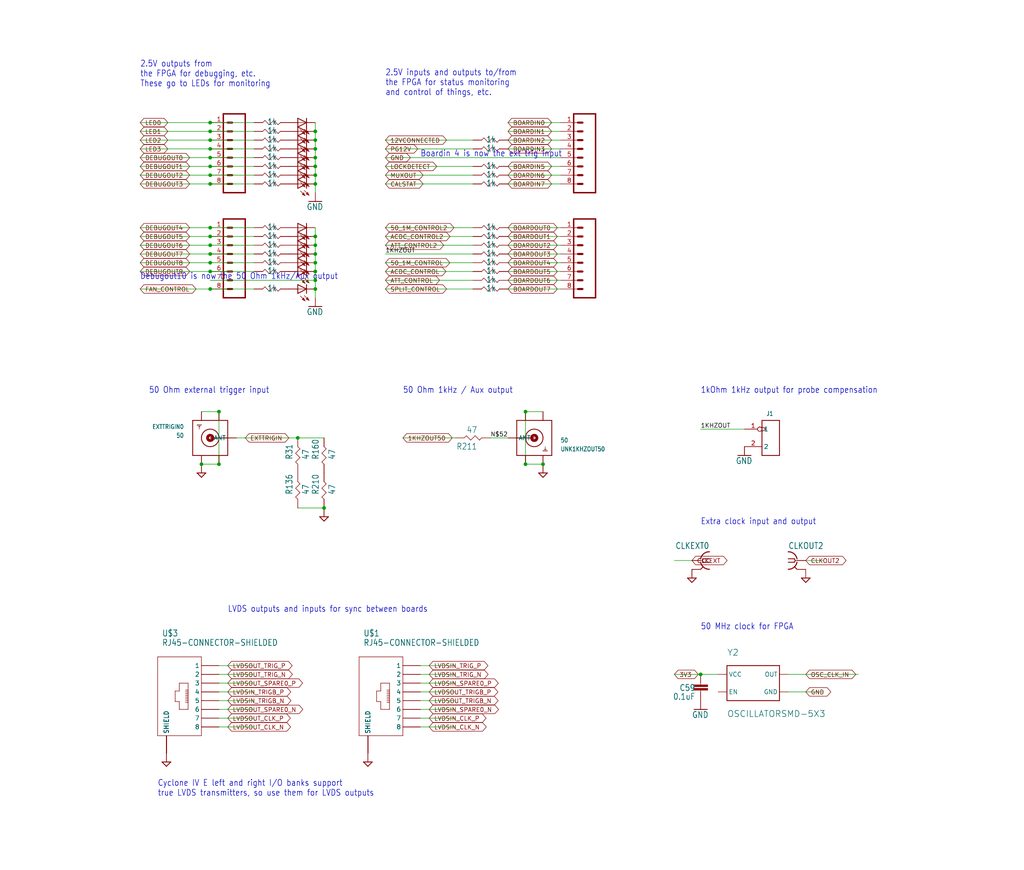
<source format=kicad_sch>
(kicad_sch (version 20231120) (generator "eeschema") (generator_version "8.0")
  (paper "User" 297.002 252.298)
  (lib_symbols
    (symbol "haasoscope_pro_adc_fpga_board-eagle-import:BU-SMB-V"
      (property "Reference" "X" (at -2.54 3.302 0))
      (symbol "BU-SMB-V_1_0"
        (pin passive line (at 2.54 0 180) (length 2.54) (name "1") (number "1"))
        (pin passive line (at 2.54 -2.54 180) (length 2.54) (name "2") (number "2"))
        (pin passive line (at 2.54 -2.54 180) (length 2.54) (name "2") (number "3"))
        (pin passive line (at 2.54 -2.54 180) (length 2.54) (name "2") (number "4"))
        (pin passive line (at 2.54 -2.54 180) (length 2.54) (name "2") (number "5"))
      )
    )
    (symbol "haasoscope_pro_adc_fpga_board-eagle-import:CAPACITOR_0402_N"
      (symbol "CAPACITOR_0402_N_1_0"
        (pin passive line (at 0 2.54 270) (length 2.54) (name "1") (number "1"))
        (pin passive line (at 0 -5.08 90) (length 2.54) (name "2") (number "2"))
      )
    )
    (symbol "haasoscope_pro_adc_fpga_board-eagle-import:CONN_08{dblquote}"
      (property "Reference" "J" (at -5.08 13.208 0))
      (symbol "CONN_08{dblquote}_1_0"
        (pin passive line (at 5.08 -7.62 180) (length 5.08) (name "1") (number "1"))
        (pin passive line (at 5.08 -5.08 180) (length 5.08) (name "2") (number "2"))
        (pin passive line (at 5.08 -2.54 180) (length 5.08) (name "3") (number "3"))
        (pin passive line (at 5.08 0 180) (length 5.08) (name "4") (number "4"))
        (pin passive line (at 5.08 2.54 180) (length 5.08) (name "5") (number "5"))
        (pin passive line (at 5.08 5.08 180) (length 5.08) (name "6") (number "6"))
        (pin passive line (at 5.08 7.62 180) (length 5.08) (name "7") (number "7"))
        (pin passive line (at 5.08 10.16 180) (length 5.08) (name "8") (number "8"))
      )
    )
    (symbol "haasoscope_pro_adc_fpga_board-eagle-import:DIP-BLACK-MALE-HEADER-VERT(2P-2.54)"
      (symbol "DIP-BLACK-MALE-HEADER-VERT(2P-2.54)_1_0"
        (pin bidirectional inverted_clock (at -7.62 2.54 0) (length 5.08) (name "1") (number "1"))
        (pin bidirectional line (at -7.62 -2.54 0) (length 5.08) (name "2") (number "2"))
      )
    )
    (symbol "haasoscope_pro_adc_fpga_board-eagle-import:LEDCHIP-LED0603"
      (property "Reference" "LED" (at 3.556 -4.572 90))
      (symbol "LEDCHIP-LED0603_1_0"
        (pin passive line (at 0 2.54 270) (length 2.54) (name "A") (number "A"))
        (pin passive line (at 0 -5.08 90) (length 2.54) (name "C") (number "C"))
      )
    )
    (symbol "haasoscope_pro_adc_fpga_board-eagle-import:OSCILLATORSMD-5X3"
      (symbol "OSCILLATORSMD-5X3_1_0"
        (pin bidirectional line (at -10.16 -2.54 0) (length 2.54) (name "EN") (number "1"))
        (pin bidirectional line (at 10.16 -2.54 180) (length 2.54) (name "GND") (number "2"))
        (pin bidirectional line (at 10.16 2.54 180) (length 2.54) (name "OUT") (number "3"))
        (pin bidirectional line (at -10.16 2.54 0) (length 2.54) (name "VCC") (number "4"))
      )
    )
    (symbol "haasoscope_pro_adc_fpga_board-eagle-import:RES-0402"
      (property "Reference" "R" (at -3.175 1.27 0))
      (symbol "RES-0402_1_0"
        (pin bidirectional line (at -5.08 0 0) (length 2.54) (name "P$1") (number "P$1"))
        (pin bidirectional line (at 5.08 0 180) (length 2.54) (name "P$2") (number "P$2"))
      )
    )
    (symbol "haasoscope_pro_adc_fpga_board-eagle-import:RJ45-CONNECTOR-SHIELDED"
      (symbol "RJ45-CONNECTOR-SHIELDED_1_0"
        (pin passive line (at 12.7 7.62 180) (length 5.08) (name "1") (number "P$1"))
        (pin passive line (at 12.7 5.08 180) (length 5.08) (name "2") (number "P$2"))
        (pin passive line (at 12.7 2.54 180) (length 5.08) (name "3") (number "P$3"))
        (pin passive line (at 12.7 0 180) (length 5.08) (name "4") (number "P$4"))
        (pin passive line (at 12.7 -2.54 180) (length 5.08) (name "5") (number "P$5"))
        (pin passive line (at 12.7 -5.08 180) (length 5.08) (name "6") (number "P$6"))
        (pin passive line (at 12.7 -7.62 180) (length 5.08) (name "7") (number "P$7"))
        (pin passive line (at 12.7 -10.16 180) (length 5.08) (name "8") (number "P$8"))
        (pin bidirectional line (at -2.54 -17.78 90) (length 5.08) (name "SHIELD") (number "S$1"))
        (pin bidirectional line (at -2.54 -17.78 90) (length 5.08) (name "SHIELD") (number "S$2"))
        (pin bidirectional line (at -2.54 -17.78 90) (length 5.08) (name "SHIELD") (number "S$3"))
        (pin bidirectional line (at -2.54 -17.78 90) (length 5.08) (name "SHIELD") (number "S$4"))
      )
    )
    (symbol "haasoscope_pro_adc_fpga_board-eagle-import:SMACONNECTOR_EDGE"
      (property "Reference" "X" (at 7.62 2.54 0))
      (symbol "SMACONNECTOR_EDGE_1_0"
        (pin power_in line (at 2.54 -7.62 90) (length 2.54) (name "GND4") (number "GND@1"))
        (pin power_in line (at -2.54 -7.62 90) (length 2.54) (name "GND3") (number "GND@2"))
        (pin power_in line (at 2.54 7.62 270) (length 2.54) (name "GND2") (number "GND@3"))
        (pin power_in line (at -2.54 7.62 270) (length 2.54) (name "GND1") (number "GND@4"))
        (pin bidirectional line (at -7.62 0 0) (length 2.54) (name "ANT") (number "P"))
      )
    )
    (symbol "haasoscope_pro_adc_fpga_board-eagle-import:supply1_GND" (power)
      (symbol "supply1_GND_1_0"
        (pin power_in line (at 0 2.54 270) (length 2.54) (name "GND") (number "1"))
      )
    )
    (symbol "haasoscope_pro_adc_fpga_board-eagle-import:supply2_GND" (power)
      (symbol "supply2_GND_1_0"
        (pin power_in line (at 0 2.54 270) (length 2.54) (name "GND") (number "1"))
      )
    )
  )
  (junction (at 60.96 71.12))
  (junction (at 60.96 40.64))
  (junction (at 91.44 83.82))
  (junction (at 60.96 68.58))
  (junction (at 60.96 45.72))
  (junction (at 60.96 43.18))
  (junction (at 63.5 119.38))
  (junction (at 91.44 81.28))
  (junction (at 63.5 134.62))
  (junction (at 60.96 48.26))
  (junction (at 60.96 83.82))
  (junction (at 60.96 76.2))
  (junction (at 58.42 134.62))
  (junction (at 91.44 38.1))
  (junction (at 86.36 127))
  (junction (at 93.98 147.32))
  (junction (at 91.44 50.8))
  (junction (at 91.44 53.34))
  (junction (at 60.96 73.66))
  (junction (at 91.44 48.26))
  (junction (at 91.44 76.2))
  (junction (at 91.44 68.58))
  (junction (at 152.4 119.38))
  (junction (at 157.48 134.62))
  (junction (at 203.2 195.58))
  (junction (at 91.44 43.18))
  (junction (at 91.44 73.66))
  (junction (at 60.96 53.34))
  (junction (at 60.96 38.1))
  (junction (at 91.44 71.12))
  (junction (at 60.96 78.74))
  (junction (at 91.44 78.74))
  (junction (at 91.44 40.64))
  (junction (at 60.96 66.04))
  (junction (at 60.96 50.8))
  (junction (at 152.4 134.62))
  (junction (at 91.44 45.72))
  (junction (at 60.96 35.56))
  (wire (pts (xy 60.96 66.04) (xy 40.64 66.04)) (stroke (width 0.1524)))
  (wire (pts (xy 91.44 86.36) (xy 91.44 83.82)) (stroke (width 0.1524)))
  (wire (pts (xy 233.68 162.56) (xy 238.76 162.56)) (stroke (width 0.1524)))
  (wire (pts (xy 60.96 76.2) (xy 73.66 76.2)) (stroke (width 0.1524)))
  (wire (pts (xy 137.16 76.2) (xy 111.76 76.2)) (stroke (width 0.1524)))
  (wire (pts (xy 73.66 210.82) (xy 63.5 210.82)) (stroke (width 0.1524)))
  (wire (pts (xy 63.5 119.38) (xy 63.5 134.62)) (stroke (width 0.1524)))
  (wire (pts (xy 91.44 48.26) (xy 91.44 45.72)) (stroke (width 0.1524)))
  (wire (pts (xy 132.08 193.04) (xy 121.92 193.04)) (stroke (width 0.1524)))
  (wire (pts (xy 162.56 76.2) (xy 147.32 76.2)) (stroke (width 0.1524)))
  (wire (pts (xy 162.56 48.26) (xy 147.32 48.26)) (stroke (width 0.1524)))
  (wire (pts (xy 132.08 195.58) (xy 121.92 195.58)) (stroke (width 0.1524)))
  (wire (pts (xy 91.44 38.1) (xy 91.44 35.56)) (stroke (width 0.1524)))
  (wire (pts (xy 91.44 71.12) (xy 91.44 68.58)) (stroke (width 0.1524)))
  (wire (pts (xy 132.08 127) (xy 116.84 127)) (stroke (width 0.1524)))
  (wire (pts (xy 60.96 71.12) (xy 40.64 71.12)) (stroke (width 0.1524)))
  (wire (pts (xy 137.16 78.74) (xy 111.76 78.74)) (stroke (width 0.1524)))
  (wire (pts (xy 73.66 83.82) (xy 60.96 83.82)) (stroke (width 0.1524)))
  (wire (pts (xy 60.96 83.82) (xy 40.64 83.82)) (stroke (width 0.1524)))
  (wire (pts (xy 228.6 200.66) (xy 238.76 200.66)) (stroke (width 0.1524)))
  (wire (pts (xy 162.56 40.64) (xy 147.32 40.64)) (stroke (width 0.1524)))
  (wire (pts (xy 60.96 66.04) (xy 73.66 66.04)) (stroke (width 0.1524)))
  (wire (pts (xy 60.96 45.72) (xy 40.64 45.72)) (stroke (width 0.1524)))
  (wire (pts (xy 137.16 40.64) (xy 111.76 40.64)) (stroke (width 0.1524)))
  (wire (pts (xy 137.16 66.04) (xy 111.76 66.04)) (stroke (width 0.1524)))
  (wire (pts (xy 132.08 200.66) (xy 121.92 200.66)) (stroke (width 0.1524)))
  (wire (pts (xy 63.5 134.62) (xy 58.42 134.62)) (stroke (width 0.1524)))
  (wire (pts (xy 162.56 83.82) (xy 147.32 83.82)) (stroke (width 0.1524)))
  (wire (pts (xy 91.44 68.58) (xy 91.44 66.04)) (stroke (width 0.1524)))
  (wire (pts (xy 162.56 66.04) (xy 147.32 66.04)) (stroke (width 0.1524)))
  (wire (pts (xy 137.16 68.58) (xy 111.76 68.58)) (stroke (width 0.1524)))
  (wire (pts (xy 152.4 119.38) (xy 157.48 119.38)) (stroke (width 0.1524)))
  (wire (pts (xy 162.56 68.58) (xy 147.32 68.58)) (stroke (width 0.1524)))
  (wire (pts (xy 91.44 81.28) (xy 91.44 78.74)) (stroke (width 0.1524)))
  (wire (pts (xy 137.16 81.28) (xy 111.76 81.28)) (stroke (width 0.1524)))
  (wire (pts (xy 200.66 162.56) (xy 195.58 162.56)) (stroke (width 0.1524)))
  (wire (pts (xy 60.96 78.74) (xy 40.64 78.74)) (stroke (width 0.1524)))
  (wire (pts (xy 60.96 45.72) (xy 73.66 45.72)) (stroke (width 0.1524)))
  (wire (pts (xy 60.96 68.58) (xy 40.64 68.58)) (stroke (width 0.1524)))
  (wire (pts (xy 91.44 40.64) (xy 91.44 38.1)) (stroke (width 0.1524)))
  (wire (pts (xy 132.08 208.28) (xy 121.92 208.28)) (stroke (width 0.1524)))
  (wire (pts (xy 91.44 73.66) (xy 91.44 71.12)) (stroke (width 0.1524)))
  (wire (pts (xy 137.16 50.8) (xy 111.76 50.8)) (stroke (width 0.1524)))
  (wire (pts (xy 73.66 203.2) (xy 63.5 203.2)) (stroke (width 0.1524)))
  (wire (pts (xy 162.56 38.1) (xy 147.32 38.1)) (stroke (width 0.1524)))
  (wire (pts (xy 132.08 198.12) (xy 121.92 198.12)) (stroke (width 0.1524)))
  (wire (pts (xy 91.44 76.2) (xy 91.44 73.66)) (stroke (width 0.1524)))
  (wire (pts (xy 162.56 50.8) (xy 147.32 50.8)) (stroke (width 0.1524)))
  (wire (pts (xy 58.42 119.38) (xy 63.5 119.38)) (stroke (width 0.1524)))
  (wire (pts (xy 132.08 210.82) (xy 121.92 210.82)) (stroke (width 0.1524)))
  (wire (pts (xy 137.16 48.26) (xy 111.76 48.26)) (stroke (width 0.1524)))
  (wire (pts (xy 60.96 38.1) (xy 40.64 38.1)) (stroke (width 0.1524)))
  (wire (pts (xy 73.66 53.34) (xy 60.96 53.34)) (stroke (width 0.1524)))
  (wire (pts (xy 73.66 48.26) (xy 60.96 48.26)) (stroke (width 0.1524)))
  (wire (pts (xy 73.66 200.66) (xy 63.5 200.66)) (stroke (width 0.1524)))
  (wire (pts (xy 228.6 195.58) (xy 248.92 195.58)) (stroke (width 0.1524)))
  (wire (pts (xy 91.44 50.8) (xy 91.44 48.26)) (stroke (width 0.1524)))
  (wire (pts (xy 60.96 50.8) (xy 40.64 50.8)) (stroke (width 0.1524)))
  (wire (pts (xy 60.96 76.2) (xy 40.64 76.2)) (stroke (width 0.1524)))
  (wire (pts (xy 73.66 208.28) (xy 63.5 208.28)) (stroke (width 0.1524)))
  (wire (pts (xy 86.36 127) (xy 68.58 127)) (stroke (width 0.1524)))
  (wire (pts (xy 91.44 45.72) (xy 91.44 43.18)) (stroke (width 0.1524)))
  (wire (pts (xy 60.96 35.56) (xy 40.64 35.56)) (stroke (width 0.1524)))
  (wire (pts (xy 73.66 198.12) (xy 63.5 198.12)) (stroke (width 0.1524)))
  (wire (pts (xy 60.96 50.8) (xy 73.66 50.8)) (stroke (width 0.1524)))
  (wire (pts (xy 93.98 147.32) (xy 86.36 147.32)) (stroke (width 0.1524)))
  (wire (pts (xy 162.56 71.12) (xy 147.32 71.12)) (stroke (width 0.1524)))
  (wire (pts (xy 157.48 134.62) (xy 152.4 134.62)) (stroke (width 0.1524)))
  (wire (pts (xy 60.96 53.34) (xy 40.64 53.34)) (stroke (width 0.1524)))
  (wire (pts (xy 162.56 45.72) (xy 111.76 45.72)) (stroke (width 0.1524)))
  (wire (pts (xy 162.56 35.56) (xy 147.32 35.56)) (stroke (width 0.1524)))
  (wire (pts (xy 91.44 43.18) (xy 91.44 40.64)) (stroke (width 0.1524)))
  (wire (pts (xy 73.66 78.74) (xy 60.96 78.74)) (stroke (width 0.1524)))
  (wire (pts (xy 132.08 203.2) (xy 121.92 203.2)) (stroke (width 0.1524)))
  (wire (pts (xy 137.16 43.18) (xy 111.76 43.18)) (stroke (width 0.1524)))
  (wire (pts (xy 60.96 73.66) (xy 40.64 73.66)) (stroke (width 0.1524)))
  (wire (pts (xy 60.96 35.56) (xy 73.66 35.56)) (stroke (width 0.1524)))
  (wire (pts (xy 195.58 195.58) (xy 203.2 195.58)) (stroke (width 0.1524)))
  (wire (pts (xy 111.76 73.66) (xy 137.16 73.66)) (stroke (width 0.1524)))
  (wire (pts (xy 203.2 195.58) (xy 208.28 195.58)) (stroke (width 0.1524)))
  (wire (pts (xy 73.66 68.58) (xy 60.96 68.58)) (stroke (width 0.1524)))
  (wire (pts (xy 73.66 193.04) (xy 63.5 193.04)) (stroke (width 0.1524)))
  (wire (pts (xy 162.56 53.34) (xy 147.32 53.34)) (stroke (width 0.1524)))
  (wire (pts (xy 73.66 43.18) (xy 60.96 43.18)) (stroke (width 0.1524)))
  (wire (pts (xy 86.36 127) (xy 93.98 127)) (stroke (width 0.1524)))
  (wire (pts (xy 60.96 48.26) (xy 40.64 48.26)) (stroke (width 0.1524)))
  (wire (pts (xy 60.96 43.18) (xy 40.64 43.18)) (stroke (width 0.1524)))
  (wire (pts (xy 162.56 78.74) (xy 147.32 78.74)) (stroke (width 0.1524)))
  (wire (pts (xy 73.66 38.1) (xy 60.96 38.1)) (stroke (width 0.1524)))
  (wire (pts (xy 162.56 43.18) (xy 147.32 43.18)) (stroke (width 0.1524)))
  (wire (pts (xy 60.96 40.64) (xy 40.64 40.64)) (stroke (width 0.1524)))
  (wire (pts (xy 73.66 73.66) (xy 60.96 73.66)) (stroke (width 0.1524)))
  (wire (pts (xy 91.44 78.74) (xy 91.44 76.2)) (stroke (width 0.1524)))
  (wire (pts (xy 162.56 81.28) (xy 147.32 81.28)) (stroke (width 0.1524)))
  (wire (pts (xy 60.96 71.12) (xy 73.66 71.12)) (stroke (width 0.1524)))
  (wire (pts (xy 132.08 205.74) (xy 121.92 205.74)) (stroke (width 0.1524)))
  (wire (pts (xy 162.56 73.66) (xy 147.32 73.66)) (stroke (width 0.1524)))
  (wire (pts (xy 215.9 124.46) (xy 203.2 124.46)) (stroke (width 0.1524)))
  (wire (pts (xy 73.66 195.58) (xy 63.5 195.58)) (stroke (width 0.1524)))
  (wire (pts (xy 73.66 205.74) (xy 63.5 205.74)) (stroke (width 0.1524)))
  (wire (pts (xy 147.32 127) (xy 142.24 127)) (stroke (width 0.1524)))
  (wire (pts (xy 60.96 40.64) (xy 73.66 40.64)) (stroke (width 0.1524)))
  (wire (pts (xy 137.16 71.12) (xy 111.76 71.12)) (stroke (width 0.1524)))
  (wire (pts (xy 91.44 53.34) (xy 91.44 50.8)) (stroke (width 0.1524)))
  (wire (pts (xy 137.16 83.82) (xy 111.76 83.82)) (stroke (width 0.1524)))
  (wire (pts (xy 111.76 53.34) (xy 137.16 53.34)) (stroke (width 0.1524)))
  (wire (pts (xy 152.4 134.62) (xy 152.4 119.38)) (stroke (width 0.1524)))
  (wire (pts (xy 91.44 55.88) (xy 91.44 53.34)) (stroke (width 0.1524)))
  (wire (pts (xy 91.44 83.82) (xy 91.44 81.28)) (stroke (width 0.1524)))
  (wire (pts (xy 91.44 81.28) (xy 60.96 81.28)) (stroke (width 0.1524)))
  (text "50 Ohm 1kHz / Aux output" (at 116.84 114.3 0) (effects (font (size 1.778 1.5113)) (justify left bottom)))
  (text "2.5V inputs and outputs to/from\nthe FPGA for status monitoring\nand control of things, etc." (at 111.76 27.94 0) (effects (font (size 1.778 1.5113)) (justify left bottom)))
  (text "2.5V outputs from\nthe FPGA for debugging, etc.\nThese go to LEDs for monitoring" (at 40.64 25.4 0) (effects (font (size 1.778 1.5113)) (justify left bottom)))
  (text "50 Ohm external trigger input" (at 43.18 114.3 0) (effects (font (size 1.778 1.5113)) (justify left bottom)))
  (text "Extra clock input and output" (at 203.2 152.4 0) (effects (font (size 1.778 1.5113)) (justify left bottom)))
  (text "LVDS outputs and inputs for sync between boards" (at 66.04 177.8 0) (effects (font (size 1.778 1.5113)) (justify left bottom)))
  (text "Debugout10 is now the 50 Ohm 1kHz/Aux output" (at 40.64 81.28 0) (effects (font (size 1.778 1.5113)) (justify left bottom)))
  (text "Cyclone IV E left and right I/O banks support\ntrue LVDS transmitters, so use them for LVDS outputs" (at 45.72 231.14 0) (effects (font (size 1.778 1.5113)) (justify left bottom)))
  (text "1kOhm 1kHz output for probe compensation" (at 203.2 114.3 0) (effects (font (size 1.778 1.5113)) (justify left bottom)))
  (text "50 MHz clock for FPGA" (at 203.2 182.88 0) (effects (font (size 1.778 1.5113)) (justify left bottom)))
  (text "Boardin 4 is now the ext trig input" (at 121.92 45.72 0) (effects (font (size 1.778 1.5113)) (justify left bottom)))
  (label "N$52" (at 142.24 127 0) (effects (font (size 1.2446 1.2446))))
  (label "1KHZOUT" (at 203.2 124.46 0) (effects (font (size 1.2446 1.2446))))
  (label "1KHZOUT" (at 111.76 73.66 0) (effects (font (size 1.2446 1.2446))))
  (global_label "PG12V" (shape bidirectional) (at 111.76 43.18 0) (effects (font (size 1.2446 1.2446))) (property "Intersheetrefs" "${INTERSHEET_REFS}" (effects (hide yes))))
  (global_label "LVDSOUT_CLK_N" (shape bidirectional) (at 66.04 210.82 0) (effects (font (size 1.2446 1.2446))) (property "Intersheetrefs" "${INTERSHEET_REFS}" (effects (hide yes))))
  (global_label "CALSTAT" (shape bidirectional) (at 111.76 53.34 0) (effects (font (size 1.2446 1.2446))) (property "Intersheetrefs" "${INTERSHEET_REFS}" (effects (hide yes))))
  (global_label "LOCKDETECT" (shape bidirectional) (at 111.76 48.26 0) (effects (font (size 1.2446 1.2446))) (property "Intersheetrefs" "${INTERSHEET_REFS}" (effects (hide yes))))
  (global_label "LVDSIN_SPARE0_N" (shape bidirectional) (at 124.46 205.74 0) (effects (font (size 1.2446 1.2446))) (property "Intersheetrefs" "${INTERSHEET_REFS}" (effects (hide yes))))
  (global_label "LVDSIN_TRIG_N" (shape bidirectional) (at 124.46 195.58 0) (effects (font (size 1.2446 1.2446))) (property "Intersheetrefs" "${INTERSHEET_REFS}" (effects (hide yes))))
  (global_label "CLKOUT2" (shape bidirectional) (at 233.68 162.56 0) (effects (font (size 1.2446 1.2446))) (property "Intersheetrefs" "${INTERSHEET_REFS}" (effects (hide yes))))
  (global_label "BOARDIN2" (shape bidirectional) (at 147.32 40.64 0) (effects (font (size 1.2446 1.2446))) (property "Intersheetrefs" "${INTERSHEET_REFS}" (effects (hide yes))))
  (global_label "BOARDIN0" (shape bidirectional) (at 147.32 35.56 0) (effects (font (size 1.2446 1.2446))) (property "Intersheetrefs" "${INTERSHEET_REFS}" (effects (hide yes))))
  (global_label "FAN_CONTROL" (shape bidirectional) (at 40.64 83.82 0) (effects (font (size 1.2446 1.2446))) (property "Intersheetrefs" "${INTERSHEET_REFS}" (effects (hide yes))))
  (global_label "OSC_CLK_IN" (shape bidirectional) (at 233.68 195.58 0) (effects (font (size 1.2446 1.2446))) (property "Intersheetrefs" "${INTERSHEET_REFS}" (effects (hide yes))))
  (global_label "BOARDIN6" (shape bidirectional) (at 147.32 50.8 0) (effects (font (size 1.2446 1.2446))) (property "Intersheetrefs" "${INTERSHEET_REFS}" (effects (hide yes))))
  (global_label "1KHZOUT50" (shape bidirectional) (at 116.84 127 0) (effects (font (size 1.2446 1.2446))) (property "Intersheetrefs" "${INTERSHEET_REFS}" (effects (hide yes))))
  (global_label "ATT_CONTROL" (shape bidirectional) (at 111.76 81.28 0) (effects (font (size 1.2446 1.2446))) (property "Intersheetrefs" "${INTERSHEET_REFS}" (effects (hide yes))))
  (global_label "DEBUGOUT0" (shape bidirectional) (at 40.64 45.72 0) (effects (font (size 1.2446 1.2446))) (property "Intersheetrefs" "${INTERSHEET_REFS}" (effects (hide yes))))
  (global_label "GND" (shape bidirectional) (at 233.68 200.66 0) (effects (font (size 1.2446 1.2446))) (property "Intersheetrefs" "${INTERSHEET_REFS}" (effects (hide yes))))
  (global_label "LVDSIN_TRIGB_N" (shape bidirectional) (at 66.04 203.2 0) (effects (font (size 1.2446 1.2446))) (property "Intersheetrefs" "${INTERSHEET_REFS}" (effects (hide yes))))
  (global_label "DEBUGOUT3" (shape bidirectional) (at 40.64 53.34 0) (effects (font (size 1.2446 1.2446))) (property "Intersheetrefs" "${INTERSHEET_REFS}" (effects (hide yes))))
  (global_label "BOARDIN1" (shape bidirectional) (at 147.32 38.1 0) (effects (font (size 1.2446 1.2446))) (property "Intersheetrefs" "${INTERSHEET_REFS}" (effects (hide yes))))
  (global_label "BOARDOUT2" (shape bidirectional) (at 147.32 71.12 0) (effects (font (size 1.2446 1.2446))) (property "Intersheetrefs" "${INTERSHEET_REFS}" (effects (hide yes))))
  (global_label "LVDSOUT_SPARE0_P" (shape bidirectional) (at 66.04 198.12 0) (effects (font (size 1.2446 1.2446))) (property "Intersheetrefs" "${INTERSHEET_REFS}" (effects (hide yes))))
  (global_label "DEBUGOUT9" (shape bidirectional) (at 40.64 78.74 0) (effects (font (size 1.2446 1.2446))) (property "Intersheetrefs" "${INTERSHEET_REFS}" (effects (hide yes))))
  (global_label "BOARDOUT6" (shape bidirectional) (at 147.32 81.28 0) (effects (font (size 1.2446 1.2446))) (property "Intersheetrefs" "${INTERSHEET_REFS}" (effects (hide yes))))
  (global_label "BOARDOUT5" (shape bidirectional) (at 147.32 78.74 0) (effects (font (size 1.2446 1.2446))) (property "Intersheetrefs" "${INTERSHEET_REFS}" (effects (hide yes))))
  (global_label "LVDSOUT_TRIGB_P" (shape bidirectional) (at 124.46 200.66 0) (effects (font (size 1.2446 1.2446))) (property "Intersheetrefs" "${INTERSHEET_REFS}" (effects (hide yes))))
  (global_label "LVDSIN_SPARE0_P" (shape bidirectional) (at 124.46 198.12 0) (effects (font (size 1.2446 1.2446))) (property "Intersheetrefs" "${INTERSHEET_REFS}" (effects (hide yes))))
  (global_label "LVDSIN_TRIGB_P" (shape bidirectional) (at 66.04 200.66 0) (effects (font (size 1.2446 1.2446))) (property "Intersheetrefs" "${INTERSHEET_REFS}" (effects (hide yes))))
  (global_label "LVDSOUT_SPARE0_N" (shape bidirectional) (at 66.04 205.74 0) (effects (font (size 1.2446 1.2446))) (property "Intersheetrefs" "${INTERSHEET_REFS}" (effects (hide yes))))
  (global_label "LVDSIN_TRIG_P" (shape bidirectional) (at 124.46 193.04 0) (effects (font (size 1.2446 1.2446))) (property "Intersheetrefs" "${INTERSHEET_REFS}" (effects (hide yes))))
  (global_label "BOARDIN3" (shape bidirectional) (at 147.32 43.18 0) (effects (font (size 1.2446 1.2446))) (property "Intersheetrefs" "${INTERSHEET_REFS}" (effects (hide yes))))
  (global_label "MUXOUT" (shape bidirectional) (at 111.76 50.8 0) (effects (font (size 1.2446 1.2446))) (property "Intersheetrefs" "${INTERSHEET_REFS}" (effects (hide yes))))
  (global_label "DEBUGOUT5" (shape bidirectional) (at 40.64 68.58 0) (effects (font (size 1.2446 1.2446))) (property "Intersheetrefs" "${INTERSHEET_REFS}" (effects (hide yes))))
  (global_label "12VCONNECTED" (shape bidirectional) (at 111.76 40.64 0) (effects (font (size 1.2446 1.2446))) (property "Intersheetrefs" "${INTERSHEET_REFS}" (effects (hide yes))))
  (global_label "DEBUGOUT8" (shape bidirectional) (at 40.64 76.2 0) (effects (font (size 1.2446 1.2446))) (property "Intersheetrefs" "${INTERSHEET_REFS}" (effects (hide yes))))
  (global_label "GND" (shape bidirectional) (at 111.76 45.72 0) (effects (font (size 1.2446 1.2446))) (property "Intersheetrefs" "${INTERSHEET_REFS}" (effects (hide yes))))
  (global_label "BOARDIN5" (shape bidirectional) (at 147.32 48.26 0) (effects (font (size 1.2446 1.2446))) (property "Intersheetrefs" "${INTERSHEET_REFS}" (effects (hide yes))))
  (global_label "ACDC_CONTROL2" (shape bidirectional) (at 111.76 68.58 0) (effects (font (size 1.2446 1.2446))) (property "Intersheetrefs" "${INTERSHEET_REFS}" (effects (hide yes))))
  (global_label "DEBUGOUT4" (shape bidirectional) (at 40.64 66.04 0) (effects (font (size 1.2446 1.2446))) (property "Intersheetrefs" "${INTERSHEET_REFS}" (effects (hide yes))))
  (global_label "LVDSIN_CLK_P" (shape bidirectional) (at 124.46 208.28 0) (effects (font (size 1.2446 1.2446))) (property "Intersheetrefs" "${INTERSHEET_REFS}" (effects (hide yes))))
  (global_label "BOARDOUT3" (shape bidirectional) (at 147.32 73.66 0) (effects (font (size 1.2446 1.2446))) (property "Intersheetrefs" "${INTERSHEET_REFS}" (effects (hide yes))))
  (global_label "BOARDOUT1" (shape bidirectional) (at 147.32 68.58 0) (effects (font (size 1.2446 1.2446))) (property "Intersheetrefs" "${INTERSHEET_REFS}" (effects (hide yes))))
  (global_label "BOARDOUT0" (shape bidirectional) (at 147.32 66.04 0) (effects (font (size 1.2446 1.2446))) (property "Intersheetrefs" "${INTERSHEET_REFS}" (effects (hide yes))))
  (global_label "ATT_CONTROL2" (shape bidirectional) (at 111.76 71.12 0) (effects (font (size 1.2446 1.2446))) (property "Intersheetrefs" "${INTERSHEET_REFS}" (effects (hide yes))))
  (global_label "SPLIT_CONTROL" (shape bidirectional) (at 111.76 83.82 0) (effects (font (size 1.2446 1.2446))) (property "Intersheetrefs" "${INTERSHEET_REFS}" (effects (hide yes))))
  (global_label "ACDC_CONTROL" (shape bidirectional) (at 111.76 78.74 0) (effects (font (size 1.2446 1.2446))) (property "Intersheetrefs" "${INTERSHEET_REFS}" (effects (hide yes))))
  (global_label "LED0" (shape bidirectional) (at 40.64 35.56 0) (effects (font (size 1.2446 1.2446))) (property "Intersheetrefs" "${INTERSHEET_REFS}" (effects (hide yes))))
  (global_label "DEBUGOUT1" (shape bidirectional) (at 40.64 48.26 0) (effects (font (size 1.2446 1.2446))) (property "Intersheetrefs" "${INTERSHEET_REFS}" (effects (hide yes))))
  (global_label "LVDSOUT_TRIG_P" (shape bidirectional) (at 66.04 193.04 0) (effects (font (size 1.2446 1.2446))) (property "Intersheetrefs" "${INTERSHEET_REFS}" (effects (hide yes))))
  (global_label "50_1M_CONTROL2" (shape bidirectional) (at 111.76 66.04 0) (effects (font (size 1.2446 1.2446))) (property "Intersheetrefs" "${INTERSHEET_REFS}" (effects (hide yes))))
  (global_label "EXTTRIGIN" (shape bidirectional) (at 71.12 127 0) (effects (font (size 1.2446 1.2446))) (property "Intersheetrefs" "${INTERSHEET_REFS}" (effects (hide yes))))
  (global_label "LVDSOUT_TRIG_N" (shape bidirectional) (at 66.04 195.58 0) (effects (font (size 1.2446 1.2446))) (property "Intersheetrefs" "${INTERSHEET_REFS}" (effects (hide yes))))
  (global_label "BOARDIN7" (shape bidirectional) (at 147.32 53.34 0) (effects (font (size 1.2446 1.2446))) (property "Intersheetrefs" "${INTERSHEET_REFS}" (effects (hide yes))))
  (global_label "50_1M_CONTROL" (shape bidirectional) (at 111.76 76.2 0) (effects (font (size 1.2446 1.2446))) (property "Intersheetrefs" "${INTERSHEET_REFS}" (effects (hide yes))))
  (global_label "LED3" (shape bidirectional) (at 40.64 43.18 0) (effects (font (size 1.2446 1.2446))) (property "Intersheetrefs" "${INTERSHEET_REFS}" (effects (hide yes))))
  (global_label "3V3" (shape bidirectional) (at 195.58 195.58 0) (effects (font (size 1.2446 1.2446))) (property "Intersheetrefs" "${INTERSHEET_REFS}" (effects (hide yes))))
  (global_label "CLKEXT" (shape bidirectional) (at 200.66 162.56 0) (effects (font (size 1.2446 1.2446))) (property "Intersheetrefs" "${INTERSHEET_REFS}" (effects (hide yes))))
  (global_label "DEBUGOUT7" (shape bidirectional) (at 40.64 73.66 0) (effects (font (size 1.2446 1.2446))) (property "Intersheetrefs" "${INTERSHEET_REFS}" (effects (hide yes))))
  (global_label "DEBUGOUT2" (shape bidirectional) (at 40.64 50.8 0) (effects (font (size 1.2446 1.2446))) (property "Intersheetrefs" "${INTERSHEET_REFS}" (effects (hide yes))))
  (global_label "LVDSOUT_TRIGB_N" (shape bidirectional) (at 124.46 203.2 0) (effects (font (size 1.2446 1.2446))) (property "Intersheetrefs" "${INTERSHEET_REFS}" (effects (hide yes))))
  (global_label "LED2" (shape bidirectional) (at 40.64 40.64 0) (effects (font (size 1.2446 1.2446))) (property "Intersheetrefs" "${INTERSHEET_REFS}" (effects (hide yes))))
  (global_label "DEBUGOUT6" (shape bidirectional) (at 40.64 71.12 0) (effects (font (size 1.2446 1.2446))) (property "Intersheetrefs" "${INTERSHEET_REFS}" (effects (hide yes))))
  (global_label "BOARDOUT7" (shape bidirectional) (at 147.32 83.82 0) (effects (font (size 1.2446 1.2446))) (property "Intersheetrefs" "${INTERSHEET_REFS}" (effects (hide yes))))
  (global_label "LED1" (shape bidirectional) (at 40.64 38.1 0) (effects (font (size 1.2446 1.2446))) (property "Intersheetrefs" "${INTERSHEET_REFS}" (effects (hide yes))))
  (global_label "LVDSOUT_CLK_P" (shape bidirectional) (at 66.04 208.28 0) (effects (font (size 1.2446 1.2446))) (property "Intersheetrefs" "${INTERSHEET_REFS}" (effects (hide yes))))
  (global_label "BOARDOUT4" (shape bidirectional) (at 147.32 76.2 0) (effects (font (size 1.2446 1.2446))) (property "Intersheetrefs" "${INTERSHEET_REFS}" (effects (hide yes))))
  (global_label "LVDSIN_CLK_N" (shape bidirectional) (at 124.46 210.82 0) (effects (font (size 1.2446 1.2446))) (property "Intersheetrefs" "${INTERSHEET_REFS}" (effects (hide yes))))
  (symbol (lib_id "haasoscope_pro_adc_fpga_board-eagle-import:SMACONNECTOR_EDGE") (at 60.96 127 0) (mirror y) (unit 1)
    (property "Reference" "EXTTRIGIN0" (at 53.34 124.46 0) (effects (font (size 1.27 1.0795)) (justify left bottom)))
    (property "Value" "50" (at 53.34 127 0) (effects (font (size 1.27 1.0795)) (justify left bottom)))
    (property "Footprint" "haasoscope_pro_adc_fpga_board:SMA_EDGELAUNCH" (effects (hide yes)))
  )
  (symbol (lib_id "haasoscope_pro_adc_fpga_board-eagle-import:supply1_GND") (at 203.2 205.74 0) (unit 1)
    (property "Reference" "#GND075" (effects (hide yes)))
    (property "Value" "GND" (at 200.66 208.28 0) (effects (font (size 1.778 1.5113)) (justify left bottom)))
  )
  (symbol (lib_id "haasoscope_pro_adc_fpga_board-eagle-import:CONN_08{dblquote}") (at 66.04 43.18 180) (unit 1)
    (property "Reference" "J13" (effects (hide yes)))
    (property "Value" "8pin" (effects (hide yes)))
    (property "Footprint" "haasoscope_pro_adc_fpga_board:1X08" (effects (hide yes)))
  )
  (symbol (lib_id "haasoscope_pro_adc_fpga_board-eagle-import:OSCILLATORSMD-5X3") (at 218.44 198.12 0) (unit 1)
    (property "Reference" "Y2" (at 210.82 190.246 0) (effects (font (size 1.778 1.778)) (justify left bottom)))
    (property "Value" "OSCILLATORSMD-5X3" (at 210.82 205.994 0) (effects (font (size 1.778 1.778)) (justify left top)))
    (property "Footprint" "haasoscope_pro_adc_fpga_board:OSCILLATOR-SMD-5X3.2" (effects (hide yes)))
    (property "LCSC" "C2901546" (effects (hide yes)))
  )
  (symbol (lib_id "haasoscope_pro_adc_fpga_board-eagle-import:CONN_08{dblquote}") (at 167.64 73.66 180) (unit 1)
    (property "Reference" "J10" (effects (hide yes)))
    (property "Value" "8pin" (effects (hide yes)))
    (property "Footprint" "haasoscope_pro_adc_fpga_board:1X08" (effects (hide yes)))
  )
  (symbol (lib_id "haasoscope_pro_adc_fpga_board-eagle-import:LEDCHIP-LED0603") (at 86.36 48.26 90) (unit 1)
    (property "Reference" "LED46" (effects (hide yes)))
    (property "Value" "red" (effects (hide yes)))
    (property "Footprint" "haasoscope_pro_adc_fpga_board:CHIP-LED0603" (effects (hide yes)))
  )
  (symbol (lib_id "haasoscope_pro_adc_fpga_board-eagle-import:supply1_GND") (at 91.44 58.42 0) (unit 1)
    (property "Reference" "#GND056" (effects (hide yes)))
    (property "Value" "GND" (at 88.9 60.96 0) (effects (font (size 1.778 1.5113)) (justify left bottom)))
  )
  (symbol (lib_id "haasoscope_pro_adc_fpga_board-eagle-import:supply1_GND") (at 215.9 132.08 0) (unit 1)
    (property "Reference" "#GND053" (effects (hide yes)))
    (property "Value" "GND" (at 213.36 134.62 0) (effects (font (size 1.778 1.5113)) (justify left bottom)))
  )
  (symbol (lib_id "haasoscope_pro_adc_fpga_board-eagle-import:RJ45-CONNECTOR-SHIELDED") (at 109.22 200.66 0) (unit 1)
    (property "Reference" "U$1" (at 105.3958 184.6247 0) (effects (font (size 1.778 1.5113)) (justify left bottom)))
    (property "Value" "RJ45-CONNECTOR-SHIELDED" (at 105.4028 187.345 0) (effects (font (size 1.778 1.5113)) (justify left bottom)))
    (property "Footprint" "haasoscope_pro_adc_fpga_board:RJ45_THT_RA_AMPH-FRJAE448" (effects (hide yes)))
  )
  (symbol (lib_id "haasoscope_pro_adc_fpga_board-eagle-import:LEDCHIP-LED0603") (at 86.36 73.66 90) (unit 1)
    (property "Reference" "LED28" (effects (hide yes)))
    (property "Value" "red" (effects (hide yes)))
    (property "Footprint" "haasoscope_pro_adc_fpga_board:CHIP-LED0603" (effects (hide yes)))
  )
  (symbol (lib_id "haasoscope_pro_adc_fpga_board-eagle-import:LEDCHIP-LED0603") (at 86.36 45.72 90) (unit 1)
    (property "Reference" "LED45" (effects (hide yes)))
    (property "Value" "red" (effects (hide yes)))
    (property "Footprint" "haasoscope_pro_adc_fpga_board:CHIP-LED0603" (effects (hide yes)))
  )
  (symbol (lib_id "haasoscope_pro_adc_fpga_board-eagle-import:RES-0402") (at 137.16 127 180) (unit 1)
    (property "Reference" "R211" (at 138.43 128.4986 0) (effects (font (size 1.778 1.5113)) (justify left bottom)))
    (property "Value" "47" (at 138.43 123.698 0) (effects (font (size 1.778 1.5113)) (justify left bottom)))
    (property "Footprint" "haasoscope_pro_adc_fpga_board:RES-0402" (effects (hide yes)))
  )
  (symbol (lib_id "haasoscope_pro_adc_fpga_board-eagle-import:LEDCHIP-LED0603") (at 86.36 83.82 90) (unit 1)
    (property "Reference" "LED32" (effects (hide yes)))
    (property "Value" "red" (effects (hide yes)))
    (property "Footprint" "haasoscope_pro_adc_fpga_board:CHIP-LED0603" (effects (hide yes)))
  )
  (symbol (lib_id "haasoscope_pro_adc_fpga_board-eagle-import:supply1_GND") (at 91.44 88.9 0) (unit 1)
    (property "Reference" "#GND055" (effects (hide yes)))
    (property "Value" "GND" (at 88.9 91.44 0) (effects (font (size 1.778 1.5113)) (justify left bottom)))
  )
  (symbol (lib_id "haasoscope_pro_adc_fpga_board-eagle-import:RES-0402") (at 93.98 142.24 90) (unit 1)
    (property "Reference" "R210" (at 92.4814 143.51 0) (effects (font (size 1.778 1.5113)) (justify left bottom)))
    (property "Value" "47" (at 97.282 143.51 0) (effects (font (size 1.778 1.5113)) (justify left bottom)))
    (property "Footprint" "haasoscope_pro_adc_fpga_board:RES-0402" (effects (hide yes)))
  )
  (symbol (lib_id "haasoscope_pro_adc_fpga_board-eagle-import:LEDCHIP-LED0603") (at 86.36 50.8 90) (unit 1)
    (property "Reference" "LED47" (effects (hide yes)))
    (property "Value" "red" (effects (hide yes)))
    (property "Footprint" "haasoscope_pro_adc_fpga_board:CHIP-LED0603" (effects (hide yes)))
  )
  (symbol (lib_id "haasoscope_pro_adc_fpga_board-eagle-import:SMACONNECTOR_EDGE") (at 154.94 127 0) (mirror x) (unit 1)
    (property "Reference" "UNK1KHZOUT50" (at 162.56 129.54 0) (effects (font (size 1.27 1.0795)) (justify left bottom)))
    (property "Value" "50" (at 162.56 127 0) (effects (font (size 1.27 1.0795)) (justify left bottom)))
    (property "Footprint" "haasoscope_pro_adc_fpga_board:SMA_EDGELAUNCH" (effects (hide yes)))
  )
  (symbol (lib_id "haasoscope_pro_adc_fpga_board-eagle-import:BU-SMB-V") (at 203.2 162.56 0) (mirror y) (unit 1)
    (property "Reference" "CLKEXT0" (at 205.74 159.258 0) (effects (font (size 1.778 1.5113)) (justify left bottom)))
    (property "Value" "BU-SMB-V" (effects (hide yes)))
    (property "Footprint" "haasoscope_pro_adc_fpga_board:BU-SMB-V" (effects (hide yes)))
  )
  (symbol (lib_id "haasoscope_pro_adc_fpga_board-eagle-import:RES-0402") (at 142.24 68.58 0) (unit 1)
    (property "Reference" "R13" (effects (hide yes)))
    (property "Value" "1k" (at 140.97 69.342 0) (effects (font (size 1.778 1.5113)) (justify left bottom)))
    (property "Footprint" "haasoscope_pro_adc_fpga_board:RES-0402" (effects (hide yes)))
  )
  (symbol (lib_id "haasoscope_pro_adc_fpga_board-eagle-import:supply2_GND") (at 93.98 149.86 0) (mirror y) (unit 1)
    (property "Reference" "#SUPPLY042" (effects (hide yes)))
    (property "Value" "GND" (effects (hide yes)))
  )
  (symbol (lib_id "haasoscope_pro_adc_fpga_board-eagle-import:BU-SMB-V") (at 231.14 162.56 0) (unit 1)
    (property "Reference" "CLKOUT2" (at 228.6 159.258 0) (effects (font (size 1.778 1.5113)) (justify left bottom)))
    (property "Value" "BU-SMB-V" (effects (hide yes)))
    (property "Footprint" "haasoscope_pro_adc_fpga_board:BU-SMB-V" (effects (hide yes)))
  )
  (symbol (lib_id "haasoscope_pro_adc_fpga_board-eagle-import:RES-0402") (at 78.74 40.64 0) (unit 1)
    (property "Reference" "R51" (effects (hide yes)))
    (property "Value" "1k" (at 77.47 41.402 0) (effects (font (size 1.778 1.5113)) (justify left bottom)))
    (property "Footprint" "haasoscope_pro_adc_fpga_board:RES-0402" (effects (hide yes)))
  )
  (symbol (lib_id "haasoscope_pro_adc_fpga_board-eagle-import:LEDCHIP-LED0603") (at 86.36 43.18 90) (unit 1)
    (property "Reference" "LED44" (effects (hide yes)))
    (property "Value" "red" (effects (hide yes)))
    (property "Footprint" "haasoscope_pro_adc_fpga_board:CHIP-LED0603" (effects (hide yes)))
  )
  (symbol (lib_id "haasoscope_pro_adc_fpga_board-eagle-import:LEDCHIP-LED0603") (at 86.36 35.56 90) (unit 1)
    (property "Reference" "LED41" (effects (hide yes)))
    (property "Value" "red" (effects (hide yes)))
    (property "Footprint" "haasoscope_pro_adc_fpga_board:CHIP-LED0603" (effects (hide yes)))
  )
  (symbol (lib_id "haasoscope_pro_adc_fpga_board-eagle-import:RES-0402") (at 142.24 66.04 0) (unit 1)
    (property "Reference" "R12" (effects (hide yes)))
    (property "Value" "1k" (at 140.97 66.802 0) (effects (font (size 1.778 1.5113)) (justify left bottom)))
    (property "Footprint" "haasoscope_pro_adc_fpga_board:RES-0402" (effects (hide yes)))
  )
  (symbol (lib_id "haasoscope_pro_adc_fpga_board-eagle-import:RES-0402") (at 142.24 73.66 0) (unit 1)
    (property "Reference" "R206" (effects (hide yes)))
    (property "Value" "1k" (at 140.97 74.422 0) (effects (font (size 1.778 1.5113)) (justify left bottom)))
    (property "Footprint" "haasoscope_pro_adc_fpga_board:RES-0402" (effects (hide yes)))
  )
  (symbol (lib_id "haasoscope_pro_adc_fpga_board-eagle-import:CAPACITOR_0402_N") (at 203.2 200.66 180) (unit 1)
    (property "Reference" "C59" (at 201.676 198.501 0) (effects (font (size 1.778 1.5113)) (justify left bottom)))
    (property "Value" "0.1uF" (at 201.676 201.041 0) (effects (font (size 1.778 1.5113)) (justify left bottom)))
    (property "Footprint" "haasoscope_pro_adc_fpga_board:RESC0402_N" (effects (hide yes)))
  )
  (symbol (lib_id "haasoscope_pro_adc_fpga_board-eagle-import:RES-0402") (at 142.24 81.28 0) (unit 1)
    (property "Reference" "R10" (effects (hide yes)))
    (property "Value" "1k" (at 140.97 82.042 0) (effects (font (size 1.778 1.5113)) (justify left bottom)))
    (property "Footprint" "haasoscope_pro_adc_fpga_board:RES-0402" (effects (hide yes)))
  )
  (symbol (lib_id "haasoscope_pro_adc_fpga_board-eagle-import:RES-0402") (at 86.36 132.08 90) (unit 1)
    (property "Reference" "R31" (at 84.8614 133.35 0) (effects (font (size 1.778 1.5113)) (justify left bottom)))
    (property "Value" "47" (at 89.662 133.35 0) (effects (font (size 1.778 1.5113)) (justify left bottom)))
    (property "Footprint" "haasoscope_pro_adc_fpga_board:RES-0402" (effects (hide yes)))
  )
  (symbol (lib_id "haasoscope_pro_adc_fpga_board-eagle-import:RES-0402") (at 78.74 48.26 0) (unit 1)
    (property "Reference" "R48" (effects (hide yes)))
    (property "Value" "1k" (at 77.47 49.022 0) (effects (font (size 1.778 1.5113)) (justify left bottom)))
    (property "Footprint" "haasoscope_pro_adc_fpga_board:RES-0402" (effects (hide yes)))
  )
  (symbol (lib_id "haasoscope_pro_adc_fpga_board-eagle-import:RES-0402") (at 142.24 71.12 0) (unit 1)
    (property "Reference" "R22" (effects (hide yes)))
    (property "Value" "1k" (at 140.97 71.882 0) (effects (font (size 1.778 1.5113)) (justify left bottom)))
    (property "Footprint" "haasoscope_pro_adc_fpga_board:RES-0402" (effects (hide yes)))
  )
  (symbol (lib_id "haasoscope_pro_adc_fpga_board-eagle-import:LEDCHIP-LED0603") (at 86.36 53.34 90) (unit 1)
    (property "Reference" "LED48" (effects (hide yes)))
    (property "Value" "red" (effects (hide yes)))
    (property "Footprint" "haasoscope_pro_adc_fpga_board:CHIP-LED0603" (effects (hide yes)))
  )
  (symbol (lib_id "haasoscope_pro_adc_fpga_board-eagle-import:RES-0402") (at 78.74 53.34 0) (unit 1)
    (property "Reference" "R46" (effects (hide yes)))
    (property "Value" "1k" (at 77.47 54.102 0) (effects (font (size 1.778 1.5113)) (justify left bottom)))
    (property "Footprint" "haasoscope_pro_adc_fpga_board:RES-0402" (effects (hide yes)))
  )
  (symbol (lib_id "haasoscope_pro_adc_fpga_board-eagle-import:RES-0402") (at 93.98 132.08 90) (unit 1)
    (property "Reference" "R160" (at 92.4814 133.35 0) (effects (font (size 1.778 1.5113)) (justify left bottom)))
    (property "Value" "47" (at 97.282 133.35 0) (effects (font (size 1.778 1.5113)) (justify left bottom)))
    (property "Footprint" "haasoscope_pro_adc_fpga_board:RES-0402" (effects (hide yes)))
  )
  (symbol (lib_id "haasoscope_pro_adc_fpga_board-eagle-import:RES-0402") (at 78.74 50.8 0) (unit 1)
    (property "Reference" "R47" (effects (hide yes)))
    (property "Value" "1k" (at 77.47 51.562 0) (effects (font (size 1.778 1.5113)) (justify left bottom)))
    (property "Footprint" "haasoscope_pro_adc_fpga_board:RES-0402" (effects (hide yes)))
  )
  (symbol (lib_id "haasoscope_pro_adc_fpga_board-eagle-import:RES-0402") (at 142.24 53.34 0) (unit 1)
    (property "Reference" "R16" (effects (hide yes)))
    (property "Value" "1k" (at 140.97 54.102 0) (effects (font (size 1.778 1.5113)) (justify left bottom)))
    (property "Footprint" "haasoscope_pro_adc_fpga_board:RES-0402" (effects (hide yes)))
  )
  (symbol (lib_id "haasoscope_pro_adc_fpga_board-eagle-import:RES-0402") (at 142.24 48.26 0) (unit 1)
    (property "Reference" "R7" (effects (hide yes)))
    (property "Value" "1k" (at 140.97 49.022 0) (effects (font (size 1.778 1.5113)) (justify left bottom)))
    (property "Footprint" "haasoscope_pro_adc_fpga_board:RES-0402" (effects (hide yes)))
  )
  (symbol (lib_id "haasoscope_pro_adc_fpga_board-eagle-import:RES-0402") (at 78.74 43.18 0) (unit 1)
    (property "Reference" "R50" (effects (hide yes)))
    (property "Value" "1k" (at 77.47 43.942 0) (effects (font (size 1.778 1.5113)) (justify left bottom)))
    (property "Footprint" "haasoscope_pro_adc_fpga_board:RES-0402" (effects (hide yes)))
  )
  (symbol (lib_id "haasoscope_pro_adc_fpga_board-eagle-import:RES-0402") (at 86.36 142.24 90) (unit 1)
    (property "Reference" "R136" (at 84.8614 143.51 0) (effects (font (size 1.778 1.5113)) (justify left bottom)))
    (property "Value" "47" (at 89.662 143.51 0) (effects (font (size 1.778 1.5113)) (justify left bottom)))
    (property "Footprint" "haasoscope_pro_adc_fpga_board:RES-0402" (effects (hide yes)))
  )
  (symbol (lib_id "haasoscope_pro_adc_fpga_board-eagle-import:supply2_GND") (at 200.66 167.64 0) (unit 1)
    (property "Reference" "#SUPPLY043" (effects (hide yes)))
    (property "Value" "GND" (effects (hide yes)))
  )
  (symbol (lib_id "haasoscope_pro_adc_fpga_board-eagle-import:RES-0402") (at 142.24 78.74 0) (unit 1)
    (property "Reference" "R9" (effects (hide yes)))
    (property "Value" "1k" (at 140.97 79.502 0) (effects (font (size 1.778 1.5113)) (justify left bottom)))
    (property "Footprint" "haasoscope_pro_adc_fpga_board:RES-0402" (effects (hide yes)))
  )
  (symbol (lib_id "haasoscope_pro_adc_fpga_board-eagle-import:supply2_GND") (at 233.68 167.64 0) (unit 1)
    (property "Reference" "#SUPPLY050" (effects (hide yes)))
    (property "Value" "GND" (effects (hide yes)))
  )
  (symbol (lib_id "haasoscope_pro_adc_fpga_board-eagle-import:LEDCHIP-LED0603") (at 86.36 38.1 90) (unit 1)
    (property "Reference" "LED42" (effects (hide yes)))
    (property "Value" "red" (effects (hide yes)))
    (property "Footprint" "haasoscope_pro_adc_fpga_board:CHIP-LED0603" (effects (hide yes)))
  )
  (symbol (lib_id "haasoscope_pro_adc_fpga_board-eagle-import:RES-0402") (at 78.74 66.04 0) (unit 1)
    (property "Reference" "R37" (effects (hide yes)))
    (property "Value" "1k" (at 77.47 66.802 0) (effects (font (size 1.778 1.5113)) (justify left bottom)))
    (property "Footprint" "haasoscope_pro_adc_fpga_board:RES-0402" (effects (hide yes)))
  )
  (symbol (lib_id "haasoscope_pro_adc_fpga_board-eagle-import:LEDCHIP-LED0603") (at 86.36 76.2 90) (unit 1)
    (property "Reference" "LED29" (effects (hide yes)))
    (property "Value" "red" (effects (hide yes)))
    (property "Footprint" "haasoscope_pro_adc_fpga_board:CHIP-LED0603" (effects (hide yes)))
  )
  (symbol (lib_id "haasoscope_pro_adc_fpga_board-eagle-import:RES-0402") (at 78.74 38.1 0) (unit 1)
    (property "Reference" "R52" (effects (hide yes)))
    (property "Value" "1k" (at 77.47 38.862 0) (effects (font (size 1.778 1.5113)) (justify left bottom)))
    (property "Footprint" "haasoscope_pro_adc_fpga_board:RES-0402" (effects (hide yes)))
  )
  (symbol (lib_id "haasoscope_pro_adc_fpga_board-eagle-import:RES-0402") (at 142.24 83.82 0) (unit 1)
    (property "Reference" "R11" (effects (hide yes)))
    (property "Value" "1k" (at 140.97 84.582 0) (effects (font (size 1.778 1.5113)) (justify left bottom)))
    (property "Footprint" "haasoscope_pro_adc_fpga_board:RES-0402" (effects (hide yes)))
  )
  (symbol (lib_id "haasoscope_pro_adc_fpga_board-eagle-import:LEDCHIP-LED0603") (at 86.36 40.64 90) (unit 1)
    (property "Reference" "LED43" (effects (hide yes)))
    (property "Value" "red" (effects (hide yes)))
    (property "Footprint" "haasoscope_pro_adc_fpga_board:CHIP-LED0603" (effects (hide yes)))
  )
  (symbol (lib_id "haasoscope_pro_adc_fpga_board-eagle-import:RJ45-CONNECTOR-SHIELDED") (at 50.8 200.66 0) (unit 1)
    (property "Reference" "U$3" (at 46.9758 184.6247 0) (effects (font (size 1.778 1.5113)) (justify left bottom)))
    (property "Value" "RJ45-CONNECTOR-SHIELDED" (at 46.9828 187.345 0) (effects (font (size 1.778 1.5113)) (justify left bottom)))
    (property "Footprint" "haasoscope_pro_adc_fpga_board:RJ45_THT_RA_AMPH-FRJAE448" (effects (hide yes)))
  )
  (symbol (lib_id "haasoscope_pro_adc_fpga_board-eagle-import:RES-0402") (at 78.74 35.56 0) (unit 1)
    (property "Reference" "R53" (effects (hide yes)))
    (property "Value" "1k" (at 77.47 36.322 0) (effects (font (size 1.778 1.5113)) (justify left bottom)))
    (property "Footprint" "haasoscope_pro_adc_fpga_board:RES-0402" (effects (hide yes)))
  )
  (symbol (lib_id "haasoscope_pro_adc_fpga_board-eagle-import:RES-0402") (at 142.24 76.2 0) (unit 1)
    (property "Reference" "R8" (effects (hide yes)))
    (property "Value" "1k" (at 140.97 76.962 0) (effects (font (size 1.778 1.5113)) (justify left bottom)))
    (property "Footprint" "haasoscope_pro_adc_fpga_board:RES-0402" (effects (hide yes)))
  )
  (symbol (lib_id "haasoscope_pro_adc_fpga_board-eagle-import:DIP-BLACK-MALE-HEADER-VERT(2P-2.54)") (at 223.52 127 0) (unit 1)
    (property "Reference" "J1" (at 222.25 120.65 0) (effects (font (size 1.27 1.0795)) (justify left bottom)))
    (property "Value" "2p-2.54" (effects (hide yes)))
    (property "Footprint" "haasoscope_pro_adc_fpga_board:H2-2.54" (effects (hide yes)))
  )
  (symbol (lib_id "haasoscope_pro_adc_fpga_board-eagle-import:CONN_08{dblquote}") (at 66.04 73.66 180) (unit 1)
    (property "Reference" "J11" (effects (hide yes)))
    (property "Value" "8pin" (effects (hide yes)))
    (property "Footprint" "haasoscope_pro_adc_fpga_board:1X08" (effects (hide yes)))
  )
  (symbol (lib_id "haasoscope_pro_adc_fpga_board-eagle-import:supply2_GND") (at 106.68 220.98 0) (unit 1)
    (property "Reference" "#SUPPLY05" (effects (hide yes)))
    (property "Value" "GND" (effects (hide yes)))
  )
  (symbol (lib_id "haasoscope_pro_adc_fpga_board-eagle-import:LEDCHIP-LED0603") (at 86.36 68.58 90) (unit 1)
    (property "Reference" "LED26" (effects (hide yes)))
    (property "Value" "red" (effects (hide yes)))
    (property "Footprint" "haasoscope_pro_adc_fpga_board:CHIP-LED0603" (effects (hide yes)))
  )
  (symbol (lib_id "haasoscope_pro_adc_fpga_board-eagle-import:RES-0402") (at 78.74 78.74 0) (unit 1)
    (property "Reference" "R32" (effects (hide yes)))
    (property "Value" "1k" (at 77.47 79.502 0) (effects (font (size 1.778 1.5113)) (justify left bottom)))
    (property "Footprint" "haasoscope_pro_adc_fpga_board:RES-0402" (effects (hide yes)))
  )
  (symbol (lib_id "haasoscope_pro_adc_fpga_board-eagle-import:RES-0402") (at 78.74 73.66 0) (unit 1)
    (property "Reference" "R34" (effects (hide yes)))
    (property "Value" "1k" (at 77.47 74.422 0) (effects (font (size 1.778 1.5113)) (justify left bottom)))
    (property "Footprint" "haasoscope_pro_adc_fpga_board:RES-0402" (effects (hide yes)))
  )
  (symbol (lib_id "haasoscope_pro_adc_fpga_board-eagle-import:RES-0402") (at 142.24 50.8 0) (unit 1)
    (property "Reference" "R6" (effects (hide yes)))
    (property "Value" "1k" (at 140.97 51.562 0) (effects (font (size 1.778 1.5113)) (justify left bottom)))
    (property "Footprint" "haasoscope_pro_adc_fpga_board:RES-0402" (effects (hide yes)))
  )
  (symbol (lib_id "haasoscope_pro_adc_fpga_board-eagle-import:RES-0402") (at 78.74 83.82 0) (unit 1)
    (property "Reference" "R30" (effects (hide yes)))
    (property "Value" "1k" (at 77.47 84.582 0) (effects (font (size 1.778 1.5113)) (justify left bottom)))
    (property "Footprint" "haasoscope_pro_adc_fpga_board:RES-0402" (effects (hide yes)))
  )
  (symbol (lib_id "haasoscope_pro_adc_fpga_board-eagle-import:RES-0402") (at 142.24 43.18 0) (unit 1)
    (property "Reference" "R236" (effects (hide yes)))
    (property "Value" "1k" (at 140.97 43.942 0) (effects (font (size 1.778 1.5113)) (justify left bottom)))
    (property "Footprint" "haasoscope_pro_adc_fpga_board:RES-0402" (effects (hide yes)))
  )
  (symbol (lib_id "haasoscope_pro_adc_fpga_board-eagle-import:supply2_GND") (at 58.42 137.16 0) (mirror y) (unit 1)
    (property "Reference" "#SUPPLY021" (effects (hide yes)))
    (property "Value" "GND" (effects (hide yes)))
  )
  (symbol (lib_id "haasoscope_pro_adc_fpga_board-eagle-import:LEDCHIP-LED0603") (at 86.36 78.74 90) (unit 1)
    (property "Reference" "LED30" (effects (hide yes)))
    (property "Value" "red" (effects (hide yes)))
    (property "Footprint" "haasoscope_pro_adc_fpga_board:CHIP-LED0603" (effects (hide yes)))
  )
  (symbol (lib_id "haasoscope_pro_adc_fpga_board-eagle-import:RES-0402") (at 78.74 76.2 0) (unit 1)
    (property "Reference" "R33" (effects (hide yes)))
    (property "Value" "1k" (at 77.47 76.962 0) (effects (font (size 1.778 1.5113)) (justify left bottom)))
    (property "Footprint" "haasoscope_pro_adc_fpga_board:RES-0402" (effects (hide yes)))
  )
  (symbol (lib_id "haasoscope_pro_adc_fpga_board-eagle-import:LEDCHIP-LED0603") (at 86.36 66.04 90) (unit 1)
    (property "Reference" "LED25" (effects (hide yes)))
    (property "Value" "red" (effects (hide yes)))
    (property "Footprint" "haasoscope_pro_adc_fpga_board:CHIP-LED0603" (effects (hide yes)))
  )
  (symbol (lib_id "haasoscope_pro_adc_fpga_board-eagle-import:supply2_GND") (at 157.48 137.16 0) (mirror y) (unit 1)
    (property "Reference" "#SUPPLY041" (effects (hide yes)))
    (property "Value" "GND" (effects (hide yes)))
  )
  (symbol (lib_id "haasoscope_pro_adc_fpga_board-eagle-import:RES-0402") (at 78.74 45.72 0) (unit 1)
    (property "Reference" "R49" (effects (hide yes)))
    (property "Value" "1k" (at 77.47 46.482 0) (effects (font (size 1.778 1.5113)) (justify left bottom)))
    (property "Footprint" "haasoscope_pro_adc_fpga_board:RES-0402" (effects (hide yes)))
  )
  (symbol (lib_id "haasoscope_pro_adc_fpga_board-eagle-import:supply2_GND") (at 48.26 220.98 0) (unit 1)
    (property "Reference" "#SUPPLY0107" (effects (hide yes)))
    (property "Value" "GND" (effects (hide yes)))
  )
  (symbol (lib_id "haasoscope_pro_adc_fpga_board-eagle-import:CONN_08{dblquote}") (at 167.64 43.18 180) (unit 1)
    (property "Reference" "J8" (effects (hide yes)))
    (property "Value" "8pin" (effects (hide yes)))
    (property "Footprint" "haasoscope_pro_adc_fpga_board:1X08" (effects (hide yes)))
  )
  (symbol (lib_id "haasoscope_pro_adc_fpga_board-eagle-import:RES-0402") (at 78.74 71.12 0) (unit 1)
    (property "Reference" "R35" (effects (hide yes)))
    (property "Value" "1k" (at 77.47 71.882 0) (effects (font (size 1.778 1.5113)) (justify left bottom)))
    (property "Footprint" "haasoscope_pro_adc_fpga_board:RES-0402" (effects (hide yes)))
  )
  (symbol (lib_id "haasoscope_pro_adc_fpga_board-eagle-import:RES-0402") (at 78.74 68.58 0) (unit 1)
    (property "Reference" "R36" (effects (hide yes)))
    (property "Value" "1k" (at 77.47 69.342 0) (effects (font (size 1.778 1.5113)) (justify left bottom)))
    (property "Footprint" "haasoscope_pro_adc_fpga_board:RES-0402" (effects (hide yes)))
  )
  (symbol (lib_id "haasoscope_pro_adc_fpga_board-eagle-import:LEDCHIP-LED0603") (at 86.36 71.12 90) (unit 1)
    (property "Reference" "LED27" (effects (hide yes)))
    (property "Value" "red" (effects (hide yes)))
    (property "Footprint" "haasoscope_pro_adc_fpga_board:CHIP-LED0603" (effects (hide yes)))
  )
  (symbol (lib_id "haasoscope_pro_adc_fpga_board-eagle-import:RES-0402") (at 142.24 40.64 0) (unit 1)
    (property "Reference" "R238" (effects (hide yes)))
    (property "Value" "1k" (at 140.97 41.402 0) (effects (font (size 1.778 1.5113)) (justify left bottom)))
    (property "Footprint" "haasoscope_pro_adc_fpga_board:RES-0402" (effects (hide yes)))
  )
)
</source>
